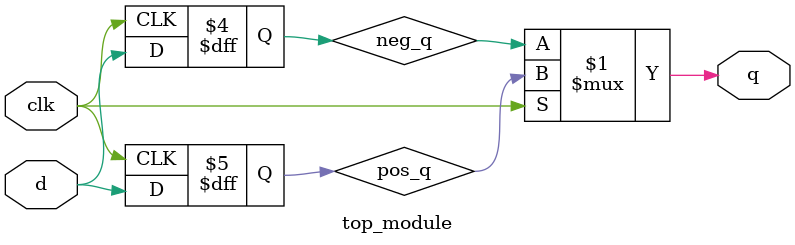
<source format=v>
module top_module (
    input clk,
    input d,
    output q
);
    reg pos_q,neg_q;
    
    assign q = clk ? pos_q : neg_q;

    always @(posedge clk) begin
        pos_q <= d;
    end

    always @(negedge clk) begin
        neg_q <= d;
    end

endmodule
</source>
